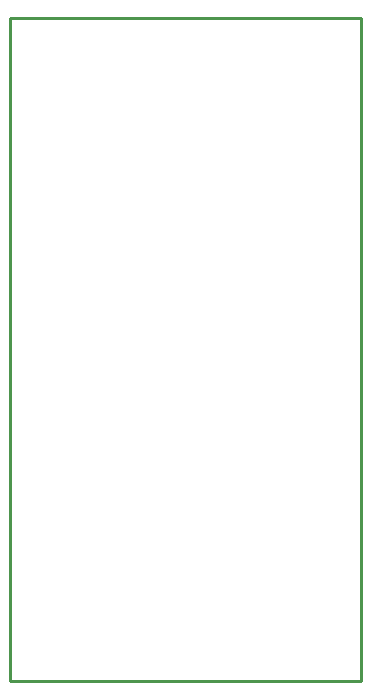
<source format=gko>
G04 Layer: BoardOutlineLayer*
G04 EasyEDA Pro v2.2.45.4, 2026-01-02 03:19:05*
G04 Gerber Generator version 0.3*
G04 Scale: 100 percent, Rotated: No, Reflected: No*
G04 Dimensions in millimeters*
G04 Leading zeros omitted, absolute positions, 4 integers and 5 decimals*
G04 Generated by one-click*
%FSLAX45Y45*%
%MOMM*%
%ADD10C,0.254*%
%ADD11C,0.8239*%
G75*


G04 Rect Start*
G54D10*
G01X14704Y0D02*
G01X14704Y5609699D01*
G01X2986499Y5609699D01*
G01X2986499Y0D01*
G01X14704Y0D01*
G04 Rect End*

M02*


</source>
